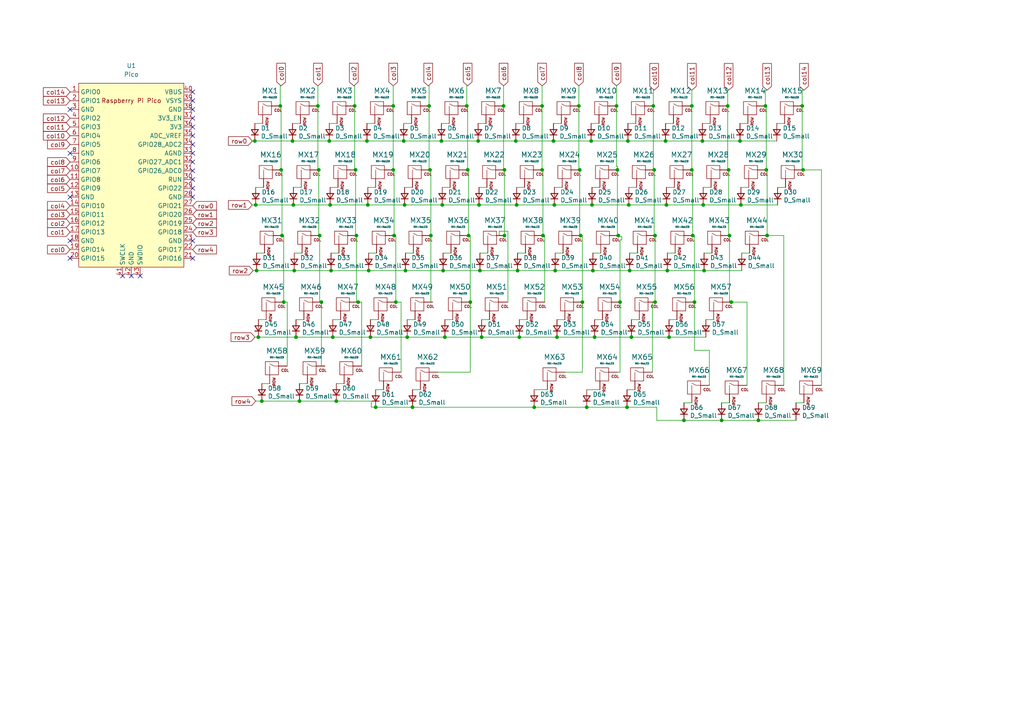
<source format=kicad_sch>
(kicad_sch (version 20231120) (generator "eeschema") (generator_version "8.0")
  (paper "A4")
  (junction (at 204.216 78.486))
  (junction (at 81.788 68.326))
  (junction (at 201.422 87.63))
  (junction (at 117.602 78.486))
  (junction (at 200.66 49.276))
  (junction (at 182.372 59.436))
  (junction (at 160.528 40.894))
  (junction (at 114.808 87.63))
  (junction (at 135.636 49.276))
  (junction (at 157.48 68.326))
  (junction (at 124.46 30.734))
  (junction (at 157.226 49.276))
  (junction (at 103.886 87.63))
  (junction (at 149.86 59.436))
  (junction (at 92.71 68.326))
  (junction (at 161.036 78.486))
  (junction (at 124.714 49.276))
  (junction (at 106.934 78.486))
  (junction (at 96.52 97.79))
  (junction (at 211.074 30.734))
  (junction (at 222.25 49.276))
  (junction (at 95.758 59.436))
  (junction (at 168.402 68.326))
  (junction (at 193.04 40.894))
  (junction (at 172.466 97.79))
  (junction (at 102.87 30.734))
  (junction (at 203.962 59.436))
  (junction (at 168.148 49.276))
  (junction (at 189.738 49.276))
  (junction (at 189.992 87.63))
  (junction (at 96.012 78.486))
  (junction (at 179.324 68.326))
  (junction (at 118.11 97.79))
  (junction (at 124.968 68.326))
  (junction (at 81.534 49.276))
  (junction (at 75.946 116.332))
  (junction (at 114.046 30.734))
  (junction (at 135.382 30.734))
  (junction (at 214.884 59.436))
  (junction (at 107.442 97.79))
  (junction (at 106.68 59.436))
  (junction (at 200.66 30.734))
  (junction (at 179.832 87.63))
  (junction (at 146.304 49.276))
  (junction (at 146.05 30.734))
  (junction (at 189.484 30.734))
  (junction (at 119.634 118.11))
  (junction (at 74.422 78.486))
  (junction (at 150.622 97.79))
  (junction (at 178.816 30.734))
  (junction (at 232.918 49.276))
  (junction (at 154.94 118.11))
  (junction (at 139.7 97.79))
  (junction (at 108.966 118.11))
  (junction (at 85.344 78.486))
  (junction (at 128.27 59.436))
  (junction (at 193.548 78.486))
  (junction (at 106.426 40.894))
  (junction (at 171.45 40.894))
  (junction (at 219.964 121.92))
  (junction (at 222.504 68.3083))
  (junction (at 129.032 97.79))
  (junction (at 85.852 97.79))
  (junction (at 74.93 97.79))
  (junction (at 93.218 87.63))
  (junction (at 160.782 59.436))
  (junction (at 149.606 40.894))
  (junction (at 209.296 121.92))
  (junction (at 82.296 87.63))
  (junction (at 182.118 40.894))
  (junction (at 117.094 40.894))
  (junction (at 182.626 78.486))
  (junction (at 135.89 68.326))
  (junction (at 103.378 68.326))
  (junction (at 170.18 118.11))
  (junction (at 194.056 97.79))
  (junction (at 211.582 68.326))
  (junction (at 81.28 30.734))
  (junction (at 128.016 40.894))
  (junction (at 211.328 49.276))
  (junction (at 150.114 78.486))
  (junction (at 86.868 116.332))
  (junction (at 232.664 30.734))
  (junction (at 171.704 59.436))
  (junction (at 193.294 59.436))
  (junction (at 161.544 97.79))
  (junction (at 189.992 68.326))
  (junction (at 198.374 121.92))
  (junction (at 179.07 49.276))
  (junction (at 92.456 49.276))
  (junction (at 200.914 68.326))
  (junction (at 138.938 59.436))
  (junction (at 114.3 68.326))
  (junction (at 221.996 30.734))
  (junction (at 203.708 40.894))
  (junction (at 92.202 30.734))
  (junction (at 139.192 78.486))
  (junction (at 73.914 40.894))
  (junction (at 74.168 59.436))
  (junction (at 214.63 40.894))
  (junction (at 97.536 116.332))
  (junction (at 183.134 97.79))
  (junction (at 168.91 87.63))
  (junction (at 117.348 59.436))
  (junction (at 128.524 78.486))
  (junction (at 84.836 40.894))
  (junction (at 146.304 68.326))
  (junction (at 136.398 87.63))
  (junction (at 212.09 87.63))
  (junction (at 85.09 59.436))
  (junction (at 181.864 118.11))
  (junction (at 103.124 49.276))
  (junction (at 114.046 49.276))
  (junction (at 95.504 40.894))
  (junction (at 138.684 40.894))
  (junction (at 167.894 30.734))
  (junction (at 171.958 78.486))
  (junction (at 157.226 30.734))
  (no_connect (at 55.88 52.07))
  (no_connect (at 38.1 80.01))
  (no_connect (at 35.56 80.01))
  (no_connect (at 55.88 36.83))
  (no_connect (at 55.88 69.85))
  (no_connect (at 55.88 29.21))
  (no_connect (at 55.88 41.91))
  (no_connect (at 20.32 31.75))
  (no_connect (at 55.88 26.67))
  (no_connect (at 20.32 69.85))
  (no_connect (at 20.32 57.15))
  (no_connect (at 55.88 34.29))
  (no_connect (at 55.88 54.61))
  (no_connect (at 55.88 49.53))
  (no_connect (at 40.64 80.01))
  (no_connect (at 55.88 57.15))
  (no_connect (at 55.88 44.45))
  (no_connect (at 20.32 44.45))
  (no_connect (at 20.32 74.93))
  (no_connect (at 55.88 46.99))
  (no_connect (at 55.88 31.75))
  (no_connect (at 55.88 39.37))
  (no_connect (at 55.88 74.93))
  (wire (pts (xy 73.406 78.486) (xy 74.422 78.486)))
  (wire (pts (xy 193.04 40.894) (xy 203.708 40.894)))
  (wire (pts (xy 219.964 121.92) (xy 230.886 121.92)))
  (wire (pts (xy 117.602 78.486) (xy 128.524 78.486)))
  (wire (pts (xy 116.332 87.63) (xy 114.808 87.63)))
  (wire (pts (xy 92.202 30.734) (xy 92.202 24.892)))
  (wire (pts (xy 161.544 92.71) (xy 163.83 92.71)))
  (wire (pts (xy 114.046 30.734) (xy 114.046 24.892)))
  (wire (pts (xy 139.7 97.79) (xy 150.622 97.79)))
  (wire (pts (xy 96.52 97.79) (xy 107.442 97.79)))
  (wire (pts (xy 227.33 68.3083) (xy 222.504 68.3083)))
  (wire (pts (xy 160.528 40.894) (xy 171.45 40.894)))
  (wire (pts (xy 189.992 87.63) (xy 190.5 87.63)))
  (wire (pts (xy 214.884 59.436) (xy 225.552 59.436)))
  (wire (pts (xy 189.23 107.95) (xy 189.23 87.63)))
  (wire (pts (xy 85.344 78.486) (xy 96.012 78.486)))
  (wire (pts (xy 238.252 49.276) (xy 232.918 49.276)))
  (wire (pts (xy 211.328 68.326) (xy 211.582 68.326)))
  (wire (pts (xy 74.93 92.71) (xy 77.216 92.71)))
  (wire (pts (xy 170.18 118.11) (xy 181.864 118.11)))
  (wire (pts (xy 160.528 35.814) (xy 162.814 35.814)))
  (wire (pts (xy 81.534 30.734) (xy 81.28 30.734)))
  (wire (pts (xy 190.5 121.92) (xy 198.374 121.92)))
  (wire (pts (xy 183.134 97.79) (xy 194.056 97.79)))
  (wire (pts (xy 128.27 59.436) (xy 138.938 59.436)))
  (wire (pts (xy 102.87 24.892) (xy 102.616 24.892)))
  (wire (pts (xy 154.94 118.11) (xy 170.18 118.11)))
  (wire (pts (xy 225.552 54.356) (xy 227.838 54.356)))
  (wire (pts (xy 179.07 49.276) (xy 179.07 68.326)))
  (wire (pts (xy 74.168 116.332) (xy 75.946 116.332)))
  (wire (pts (xy 222.25 49.276) (xy 222.25 30.734)))
  (wire (pts (xy 74.422 78.486) (xy 85.344 78.486)))
  (wire (pts (xy 198.374 116.84) (xy 200.66 116.84)))
  (wire (pts (xy 84.836 40.894) (xy 95.504 40.894)))
  (wire (pts (xy 136.398 107.95) (xy 127 107.95)))
  (wire (pts (xy 171.958 73.406) (xy 174.244 73.406)))
  (wire (pts (xy 232.664 26.162) (xy 233.172 26.162)))
  (wire (pts (xy 107.696 118.11) (xy 108.966 118.11)))
  (wire (pts (xy 200.66 49.276) (xy 200.66 30.734)))
  (wire (pts (xy 182.372 59.436) (xy 193.294 59.436)))
  (wire (pts (xy 95.758 59.436) (xy 85.09 59.436)))
  (wire (pts (xy 138.684 35.814) (xy 140.97 35.814)))
  (wire (pts (xy 74.168 54.356) (xy 76.454 54.356)))
  (wire (pts (xy 85.852 97.79) (xy 96.52 97.79)))
  (wire (pts (xy 124.968 87.63) (xy 125.476 87.63)))
  (wire (pts (xy 81.788 68.326) (xy 81.788 49.276)))
  (wire (pts (xy 146.05 30.734) (xy 146.05 49.276)))
  (wire (pts (xy 149.606 35.814) (xy 151.892 35.814)))
  (wire (pts (xy 189.484 49.276) (xy 189.738 49.276)))
  (wire (pts (xy 106.426 35.814) (xy 108.712 35.814)))
  (wire (pts (xy 85.09 54.356) (xy 87.376 54.356)))
  (wire (pts (xy 146.05 49.276) (xy 146.304 49.276)))
  (wire (pts (xy 129.032 92.71) (xy 131.318 92.71)))
  (wire (pts (xy 103.378 87.63) (xy 103.886 87.63)))
  (wire (pts (xy 124.968 68.326) (xy 124.968 87.63)))
  (wire (pts (xy 181.864 113.03) (xy 184.15 113.03)))
  (wire (pts (xy 108.966 118.11) (xy 119.634 118.11)))
  (wire (pts (xy 124.46 24.892) (xy 124.206 24.892)))
  (wire (pts (xy 209.296 121.92) (xy 219.964 121.92)))
  (wire (pts (xy 157.48 49.276) (xy 157.226 49.276)))
  (wire (pts (xy 157.226 30.734) (xy 157.226 24.892)))
  (wire (pts (xy 96.52 92.71) (xy 98.806 92.71)))
  (wire (pts (xy 179.07 68.326) (xy 179.324 68.326)))
  (wire (pts (xy 138.938 59.436) (xy 149.86 59.436)))
  (wire (pts (xy 83.312 106.172) (xy 83.312 87.63)))
  (wire (pts (xy 150.622 92.71) (xy 152.908 92.71)))
  (wire (pts (xy 181.864 118.11) (xy 190.5 118.11)))
  (wire (pts (xy 117.348 54.356) (xy 119.634 54.356)))
  (wire (pts (xy 73.152 40.894) (xy 73.914 40.894)))
  (wire (pts (xy 193.548 78.486) (xy 204.216 78.486)))
  (wire (pts (xy 147.32 67.056) (xy 147.32 87.63)))
  (wire (pts (xy 211.328 49.276) (xy 211.328 68.326)))
  (wire (pts (xy 172.466 92.71) (xy 174.752 92.71)))
  (wire (pts (xy 183.134 92.71) (xy 185.42 92.71)))
  (wire (pts (xy 204.216 78.486) (xy 215.138 78.486)))
  (wire (pts (xy 95.504 40.894) (xy 106.426 40.894)))
  (wire (pts (xy 82.296 87.63) (xy 82.296 68.326)))
  (wire (pts (xy 168.148 68.326) (xy 168.402 68.326)))
  (wire (pts (xy 114.3 68.326) (xy 114.3 49.276)))
  (wire (pts (xy 230.886 116.84) (xy 233.172 116.84)))
  (wire (pts (xy 95.758 54.356) (xy 98.044 54.356)))
  (wire (pts (xy 194.056 97.79) (xy 204.724 97.79)))
  (wire (pts (xy 75.946 116.332) (xy 86.868 116.332)))
  (wire (pts (xy 102.87 30.734) (xy 102.87 49.276)))
  (wire (pts (xy 179.07 48.26) (xy 178.816 48.26)))
  (wire (pts (xy 124.46 30.734) (xy 124.46 24.892)))
  (wire (pts (xy 157.48 68.326) (xy 157.48 49.276)))
  (wire (pts (xy 171.45 40.894) (xy 182.118 40.894)))
  (wire (pts (xy 106.426 40.894) (xy 117.094 40.894)))
  (wire (pts (xy 92.202 30.734) (xy 92.202 49.276)))
  (wire (pts (xy 146.304 49.276) (xy 146.304 68.326)))
  (wire (pts (xy 189.484 30.734) (xy 189.484 26.162)))
  (wire (pts (xy 106.934 73.406) (xy 109.22 73.406)))
  (wire (pts (xy 171.958 78.486) (xy 182.626 78.486)))
  (wire (pts (xy 106.934 78.486) (xy 117.602 78.486)))
  (wire (pts (xy 211.074 26.162) (xy 211.328 26.162)))
  (wire (pts (xy 92.202 49.276) (xy 92.456 49.276)))
  (wire (pts (xy 232.664 49.276) (xy 232.918 49.276)))
  (wire (pts (xy 124.46 30.734) (xy 124.46 49.276)))
  (wire (pts (xy 160.782 59.436) (xy 171.704 59.436)))
  (wire (pts (xy 238.252 111.76) (xy 238.252 49.276)))
  (wire (pts (xy 167.894 30.734) (xy 167.894 49.276)))
  (wire (pts (xy 114.046 49.276) (xy 114.046 30.734)))
  (wire (pts (xy 205.74 101.6) (xy 201.422 101.6)))
  (wire (pts (xy 161.544 97.79) (xy 172.466 97.79)))
  (wire (pts (xy 211.074 30.734) (xy 211.074 49.276)))
  (wire (pts (xy 157.226 49.276) (xy 157.226 30.734)))
  (wire (pts (xy 84.836 35.814) (xy 87.122 35.814)))
  (wire (pts (xy 136.398 68.326) (xy 135.89 68.326)))
  (wire (pts (xy 93.218 87.63) (xy 93.218 106.172)))
  (wire (pts (xy 154.94 113.03) (xy 158.75 113.03)))
  (wire (pts (xy 182.626 78.486) (xy 193.548 78.486)))
  (wire (pts (xy 103.124 49.276) (xy 103.124 68.326)))
  (wire (pts (xy 182.118 40.894) (xy 193.04 40.894)))
  (wire (pts (xy 203.708 40.894) (xy 214.63 40.894)))
  (wire (pts (xy 168.91 107.95) (xy 168.91 87.63)))
  (wire (pts (xy 74.168 59.436) (xy 85.09 59.436)))
  (wire (pts (xy 135.382 30.734) (xy 135.382 24.892)))
  (wire (pts (xy 135.89 68.326) (xy 135.89 49.276)))
  (wire (pts (xy 201.422 101.6) (xy 201.422 87.63)))
  (wire (pts (xy 114.808 68.326) (xy 114.3 68.326)))
  (wire (pts (xy 157.988 68.326) (xy 157.48 68.326)))
  (wire (pts (xy 225.298 35.814) (xy 227.584 35.814)))
  (wire (pts (xy 171.704 59.436) (xy 182.372 59.436)))
  (wire (pts (xy 221.996 26.162) (xy 222.504 26.162)))
  (wire (pts (xy 108.966 113.03) (xy 111.252 113.03)))
  (wire (pts (xy 135.382 24.892) (xy 135.636 24.892)))
  (wire (pts (xy 201.422 87.63) (xy 201.422 68.326)))
  (wire (pts (xy 149.86 59.436) (xy 160.782 59.436)))
  (wire (pts (xy 128.27 54.356) (xy 130.556 54.356)))
  (wire (pts (xy 147.32 67.056) (xy 144.78 67.056)))
  (wire (pts (xy 168.148 49.276) (xy 168.148 68.326)))
  (wire (pts (xy 73.914 40.894) (xy 84.836 40.894)))
  (wire (pts (xy 119.634 113.03) (xy 121.92 113.03)))
  (wire (pts (xy 222.504 68.326) (xy 222.504 68.3083)))
  (wire (pts (xy 227.33 111.76) (xy 227.33 68.3083)))
  (wire (pts (xy 135.89 49.276) (xy 135.636 49.276)))
  (wire (pts (xy 73.914 35.814) (xy 76.2 35.814)))
  (wire (pts (xy 222.504 49.276) (xy 222.25 49.276)))
  (wire (pts (xy 114.808 87.63) (xy 114.808 68.326)))
  (wire (pts (xy 215.138 73.406) (xy 217.424 73.406)))
  (wire (pts (xy 147.32 87.63) (xy 147.066 87.63)))
  (wire (pts (xy 179.832 69.596) (xy 179.832 87.63)))
  (wire (pts (xy 107.442 92.71) (xy 109.728 92.71)))
  (wire (pts (xy 179.07 107.95) (xy 179.832 107.95)))
  (wire (pts (xy 144.78 67.056) (xy 144.78 68.326)))
  (wire (pts (xy 95.504 35.814) (xy 97.79 35.814)))
  (wire (pts (xy 189.738 68.326) (xy 189.992 68.326)))
  (wire (pts (xy 124.968 68.326) (xy 124.968 49.276)))
  (wire (pts (xy 118.11 97.79) (xy 129.032 97.79)))
  (wire (pts (xy 200.66 30.734) (xy 200.406 30.734)))
  (wire (pts (xy 170.18 113.03) (xy 173.99 113.03)))
  (wire (pts (xy 179.324 68.58) (xy 179.324 68.326)))
  (wire (pts (xy 179.07 48.26) (xy 179.07 49.276)))
  (wire (pts (xy 232.664 30.734) (xy 232.664 26.162)))
  (wire (pts (xy 119.634 118.11) (xy 154.94 118.11)))
  (wire (pts (xy 171.704 54.356) (xy 173.99 54.356)))
  (wire (pts (xy 114.3 49.276) (xy 114.046 49.276)))
  (wire (pts (xy 189.484 30.734) (xy 189.484 49.276)))
  (wire (pts (xy 118.11 92.71) (xy 120.396 92.71)))
  (wire (pts (xy 103.886 87.63) (xy 104.902 87.63)))
  (wire (pts (xy 168.91 68.326) (xy 168.402 68.326)))
  (wire (pts (xy 102.87 30.734) (xy 102.87 24.892)))
  (wire (pts (xy 73.914 97.79) (xy 74.93 97.79)))
  (wire (pts (xy 150.114 78.486) (xy 161.036 78.486)))
  (wire (pts (xy 194.056 92.71) (xy 196.342 92.71)))
  (wire (pts (xy 214.63 40.894) (xy 225.298 40.894)))
  (wire (pts (xy 92.456 49.276) (xy 92.456 68.326)))
  (wire (pts (xy 102.87 49.276) (xy 103.124 49.276)))
  (wire (pts (xy 222.25 30.734) (xy 221.996 30.734)))
  (wire (pts (xy 149.86 54.356) (xy 152.146 54.356)))
  (wire (pts (xy 81.788 49.276) (xy 81.534 49.276)))
  (wire (pts (xy 232.664 30.734) (xy 232.664 49.276)))
  (wire (pts (xy 178.816 30.734) (xy 178.816 48.26)))
  (wire (pts (xy 189.484 26.162) (xy 189.738 26.162)))
  (wire (pts (xy 193.294 54.356) (xy 195.58 54.356)))
  (wire (pts (xy 107.442 97.79) (xy 118.11 97.79)))
  (wire (pts (xy 74.422 73.406) (xy 76.708 73.406)))
  (wire (pts (xy 104.902 87.63) (xy 104.902 106.172)))
  (wire (pts (xy 138.684 40.894) (xy 149.606 40.894)))
  (wire (pts (xy 129.032 97.79) (xy 139.7 97.79)))
  (wire (pts (xy 190.5 121.92) (xy 190.5 118.11)))
  (wire (pts (xy 103.378 68.326) (xy 103.378 87.63)))
  (wire (pts (xy 203.962 54.356) (xy 206.248 54.356)))
  (wire (pts (xy 182.626 73.406) (xy 184.912 73.406)))
  (wire (pts (xy 200.66 30.734) (xy 200.66 26.162)))
  (wire (pts (xy 161.036 73.406) (xy 163.322 73.406)))
  (wire (pts (xy 117.602 73.406) (xy 119.888 73.406)))
  (wire (pts (xy 117.094 40.894) (xy 128.016 40.894)))
  (wire (pts (xy 146.304 68.326) (xy 146.558 68.326)))
  (wire (pts (xy 82.296 68.326) (xy 81.788 68.326)))
  (wire (pts (xy 117.348 59.436) (xy 128.27 59.436)))
  (wire (pts (xy 198.374 121.92) (xy 209.296 121.92)))
  (wire (pts (xy 180.34 68.58) (xy 179.324 68.58)))
  (wire (pts (xy 171.45 35.814) (xy 173.736 35.814)))
  (wire (pts (xy 161.036 78.486) (xy 171.958 78.486)))
  (wire (pts (xy 128.016 35.814) (xy 130.302 35.814)))
  (wire (pts (xy 128.524 73.406) (xy 130.81 73.406)))
  (wire (pts (xy 200.914 68.326) (xy 200.914 49.276)))
  (wire (pts (xy 203.708 35.814) (xy 205.994 35.814)))
  (wire (pts (xy 103.124 68.326) (xy 103.378 68.326)))
  (wire (pts (xy 149.606 40.894) (xy 160.528 40.894)))
  (wire (pts (xy 74.93 97.79) (xy 85.852 97.79)))
  (wire (pts (xy 93.218 106.172) (xy 94.234 106.172)))
  (wire (pts (xy 92.71 68.326) (xy 92.71 87.63)))
  (wire (pts (xy 75.946 111.252) (xy 78.232 111.252)))
  (wire (pts (xy 200.914 49.276) (xy 200.66 49.276)))
  (wire (pts (xy 73.152 59.436) (xy 74.168 59.436)))
  (wire (pts (xy 201.422 68.326) (xy 200.914 68.326)))
  (wire (pts (xy 150.114 73.406) (xy 152.4 73.406)))
  (wire (pts (xy 117.094 35.814) (xy 119.38 35.814)))
  (wire (pts (xy 124.714 49.276) (xy 124.968 49.276)))
  (wire (pts (xy 124.46 49.276) (xy 124.714 49.276)))
  (wire (pts (xy 193.04 35.814) (xy 195.326 35.814)))
  (wire (pts (xy 106.68 59.436) (xy 117.348 59.436)))
  (wire (pts (xy 189.23 87.63) (xy 189.992 87.63)))
  (wire (pts (xy 106.68 54.356) (xy 108.966 54.356)))
  (wire (pts (xy 204.724 92.71) (xy 207.01 92.71)))
  (wire (pts (xy 107.696 118.11) (xy 107.696 116.332)))
  (wire (pts (xy 211.074 30.734) (xy 211.074 26.162)))
  (wire (pts (xy 167.894 30.734) (xy 167.894 24.892)))
  (wire (pts (xy 160.782 54.356) (xy 163.068 54.356)))
  (wire (pts (xy 205.74 111.76) (xy 205.74 101.6)))
  (wire (pts (xy 209.296 116.84) (xy 211.582 116.84)))
  (wire (pts (xy 96.012 73.406) (xy 98.298 73.406)))
  (wire (pts (xy 92.71 87.63) (xy 93.218 87.63)))
  (wire (pts (xy 81.28 24.892) (xy 81.534 24.892)))
  (wire (pts (xy 163.83 107.95) (xy 168.91 107.95)))
  (wire (pts (xy 95.758 59.436) (xy 106.68 59.436)))
  (wire (pts (xy 116.332 107.95) (xy 116.332 87.63)))
  (wire (pts (xy 214.884 54.356) (xy 217.17 54.356)))
  (wire (pts (xy 179.832 107.95) (xy 179.832 87.63)))
  (wire (pts (xy 182.118 35.814) (xy 184.404 35.814)))
  (wire (pts (xy 193.294 59.436) (xy 203.962 59.436)))
  (wire (pts (xy 114.046 30.734) (xy 113.792 30.734)))
  (wire (pts (xy 136.398 87.63) (xy 136.398 107.95)))
  (wire (pts (xy 214.63 35.814) (xy 216.916 35.814)))
  (wire (pts (xy 128.016 40.894) (xy 138.684 40.894)))
  (wire (pts (xy 157.988 87.63) (xy 157.988 68.326)))
  (wire (pts (xy 222.504 68.3083) (xy 222.504 49.276)))
  (wire (pts (xy 172.466 97.79) (xy 183.134 97.79)))
  (wire (pts (xy 138.938 54.356) (xy 141.224 54.356)))
  (wire (pts (xy 135.636 30.734) (xy 135.382 30.734)))
  (wire (pts (xy 193.548 73.406) (xy 195.834 73.406)))
  (wire (pts (xy 135.636 49.276) (xy 135.636 30.734)))
  (wire (pts (xy 182.372 54.356) (xy 184.658 54.356)))
  (wire (pts (xy 96.012 78.486) (xy 106.934 78.486)))
  (wire (pts (xy 86.868 111.252) (xy 89.154 111.252)))
  (wire (pts (xy 189.738 49.276) (xy 189.738 68.326)))
  (wire (pts (xy 83.312 87.63) (xy 82.296 87.63)))
  (wire (pts (xy 85.344 73.406) (xy 87.63 73.406)))
  (wire (pts (xy 221.996 30.734) (xy 221.996 26.162)))
  (wire (pts (xy 216.662 87.63) (xy 212.09 87.63)))
  (wire (pts (xy 139.192 78.486) (xy 150.114 78.486)))
  (wire (pts (xy 211.582 68.326) (xy 211.582 87.63)))
  (wire (pts (xy 167.894 49.276) (xy 168.148 49.276)))
  (wire (pts (xy 180.34 69.596) (xy 179.832 69.596)))
  (wire (pts (xy 86.868 116.332) (xy 97.536 116.332)))
  (wire (pts (xy 216.662 111.76) (xy 216.662 87.63)))
  (wire (pts (xy 219.964 116.84) (xy 222.25 116.84)))
  (wire (pts (xy 150.622 97.79) (xy 161.544 97.79)))
  (wire (pts (xy 97.536 111.252) (xy 99.822 111.252)))
  (wire (pts (xy 85.852 92.71) (xy 88.138 92.71)))
  (wire (pts (xy 128.524 78.486) (xy 139.192 78.486)))
  (wire (pts (xy 211.074 49.276) (xy 211.328 49.276)))
  (wire (pts (xy 81.534 49.276) (xy 81.534 30.734)))
  (wire (pts (xy 136.398 87.63) (xy 136.398 68.326)))
  (wire (pts (xy 81.28 30.734) (xy 81.28 24.892)))
  (wire (pts (xy 146.05 30.734) (xy 146.05 24.892)))
  (wire (pts (xy 139.7 92.71) (xy 141.986 92.71)))
  (wire (pts (xy 180.34 69.596) (xy 180.34 68.58)))
  (wire (pts (xy 139.192 73.406) (xy 141.478 73.406)))
  (wire (pts (xy 157.226 30.734) (xy 156.972 30.734)))
  (wire (pts (xy 92.456 68.326) (xy 92.71 68.326)))
  (wire (pts (xy 178.816 30.734) (xy 178.816 24.892)))
  (wire (pts (xy 168.91 87.63) (xy 168.91 68.326)))
  (wire (pts (xy 189.992 68.326) (xy 189.992 87.63)))
  (wire (pts (xy 203.962 59.436) (xy 214.884 59.436)))
  (wire (pts (xy 211.582 87.63) (xy 212.09 87.63)))
  (wire (pts (xy 144.78 68.326) (xy 146.304 68.326)))
  (wire (pts (xy 204.216 73.406) (xy 206.502 73.406)))
  (wire (pts (xy 107.696 116.332) (xy 97.536 116.332)))
  (global_label "col14" (shape input) (at 20.32 26.67 180) (property "Intersheetrefs" "${INTERSHEET_REFS}" (effects (hide yes))))
  (global_label "row0" (shape input) (at 55.88 59.69 0) (property "Intersheetrefs" "${INTERSHEET_REFS}" (effects (hide yes))))
  (global_label "col13" (shape input) (at 20.32 29.21 180) (property "Intersheetrefs" "${INTERSHEET_REFS}" (effects (hide yes))))
  (global_label "col12" (shape input) (at 20.32 34.29 180) (property "Intersheetrefs" "${INTERSHEET_REFS}" (effects (hide yes))))
  (global_label "col4" (shape input) (at 20.32 59.69 180) (property "Intersheetrefs" "${INTERSHEET_REFS}" (effects (hide yes))))
  (global_label "col0" (shape input) (at 20.32 72.39 180) (property "Intersheetrefs" "${INTERSHEET_REFS}" (effects (hide yes))))
  (global_label "col2" (shape input) (at 102.616 24.892 90) (property "Intersheetrefs" "${INTERSHEET_REFS}" (effects (hide yes))))
  (global_label "col3" (shape input) (at 20.32 62.23 180) (property "Intersheetrefs" "${INTERSHEET_REFS}" (effects (hide yes))))
  (global_label "row4" (shape input) (at 55.88 72.39 0) (property "Intersheetrefs" "${INTERSHEET_REFS}" (effects (hide yes))))
  (global_label "col2" (shape input) (at 20.32 64.77 180) (property "Intersheetrefs" "${INTERSHEET_REFS}" (effects (hide yes))))
  (global_label "row0" (shape input) (at 73.152 40.894 180) (property "Intersheetrefs" "${INTERSHEET_REFS}" (effects (hide yes))))
  (global_label "col7" (shape input) (at 157.226 24.892 90) (property "Intersheetrefs" "${INTERSHEET_REFS}" (effects (hide yes))))
  (global_label "row2" (shape input) (at 55.88 64.77 0) (property "Intersheetrefs" "${INTERSHEET_REFS}" (effects (hide yes))))
  (global_label "col9" (shape input) (at 20.32 41.91 180) (property "Intersheetrefs" "${INTERSHEET_REFS}" (effects (hide yes))))
  (global_label "row3" (shape input) (at 55.88 67.31 0) (property "Intersheetrefs" "${INTERSHEET_REFS}" (effects (hide yes))))
  (global_label "col13" (shape input) (at 222.504 26.162 90) (property "Intersheetrefs" "${INTERSHEET_REFS}" (effects (hide yes))))
  (global_label "col3" (shape input) (at 114.046 24.892 90) (property "Intersheetrefs" "${INTERSHEET_REFS}" (effects (hide yes))))
  (global_label "row1" (shape input) (at 73.152 59.436 180) (property "Intersheetrefs" "${INTERSHEET_REFS}" (effects (hide yes))))
  (global_label "col11" (shape input) (at 20.32 36.83 180) (property "Intersheetrefs" "${INTERSHEET_REFS}" (effects (hide yes))))
  (global_label "col7" (shape input) (at 20.32 49.53 180) (property "Intersheetrefs" "${INTERSHEET_REFS}" (effects (hide yes))))
  (global_label "col10" (shape input) (at 20.32 39.37 180) (property "Intersheetrefs" "${INTERSHEET_REFS}" (effects (hide yes))))
  (global_label "col6" (shape input) (at 20.32 52.07 180) (property "Intersheetrefs" "${INTERSHEET_REFS}" (effects (hide yes))))
  (global_label "col8" (shape input) (at 20.32 46.99 180) (property "Intersheetrefs" "${INTERSHEET_REFS}" (effects (hide yes))))
  (global_label "col11" (shape input) (at 200.66 26.162 90) (property "Intersheetrefs" "${INTERSHEET_REFS}" (effects (hide yes))))
  (global_label "col8" (shape input) (at 167.894 24.892 90) (property "Intersheetrefs" "${INTERSHEET_REFS}" (effects (hide yes))))
  (global_label "col1" (shape input) (at 92.202 24.892 90) (property "Intersheetrefs" "${INTERSHEET_REFS}" (effects (hide yes))))
  (global_label "row1" (shape input) (at 55.88 62.23 0) (property "Intersheetrefs" "${INTERSHEET_REFS}" (effects (hide yes))))
  (global_label "col0" (shape input) (at 81.534 24.892 90) (property "Intersheetrefs" "${INTERSHEET_REFS}" (effects (hide yes))))
  (global_label "col10" (shape input) (at 189.738 26.162 90) (property "Intersheetrefs" "${INTERSHEET_REFS}" (effects (hide yes))))
  (global_label "col12" (shape input) (at 211.328 26.162 90) (property "Intersheetrefs" "${INTERSHEET_REFS}" (effects (hide yes))))
  (global_label "col1" (shape input) (at 20.32 67.31 180) (property "Intersheetrefs" "${INTERSHEET_REFS}" (effects (hide yes))))
  (global_label "row2" (shape input) (at 73.406 78.486 180) (property "Intersheetrefs" "${INTERSHEET_REFS}" (effects (hide yes))))
  (global_label "col6" (shape input) (at 146.05 24.892 90) (property "Intersheetrefs" "${INTERSHEET_REFS}" (effects (hide yes))))
  (global_label "col14" (shape input) (at 233.172 26.162 90) (property "Intersheetrefs" "${INTERSHEET_REFS}" (effects (hide yes))))
  (global_label "row4" (shape input) (at 74.168 116.332 180) (property "Intersheetrefs" "${INTERSHEET_REFS}" (effects (hide yes))))
  (global_label "col5" (shape input) (at 20.32 54.61 180) (property "Intersheetrefs" "${INTERSHEET_REFS}" (effects (hide yes))))
  (global_label "col4" (shape input) (at 124.206 24.892 90) (property "Intersheetrefs" "${INTERSHEET_REFS}" (effects (hide yes))))
  (global_label "col9" (shape input) (at 178.816 24.892 90) (property "Intersheetrefs" "${INTERSHEET_REFS}" (effects (hide yes))))
  (global_label "col5" (shape input) (at 135.636 24.892 90) (property "Intersheetrefs" "${INTERSHEET_REFS}" (effects (hide yes))))
  (global_label "row3" (shape input) (at 73.914 97.79 180) (property "Intersheetrefs" "${INTERSHEET_REFS}" (effects (hide yes))))
  (symbol (lib_id "MX_Alps_Hybrid:MX-NoLED") (at 77.47 32.004 0) (unit 1)
    (property "Reference" "MX1" (at 78.2828 26.3398 0) (effects (font (size 1.524 1.524))))
    (property "Value" "MX-NoLED" (at 78.2828 28.2194 0) (effects (font (size 0.508 0.508))))
    (property "Footprint" "marbastlib-mx:SW_MX_1.25u" (effects (hide yes)))
  )
  (symbol (lib_id "Device:D_Small") (at 73.914 38.354 90) (unit 1)
    (property "Reference" "D1" (at 75.6412 37.1856 90) (effects (justify right)))
    (property "Value" "D_Small" (at 75.6412 39.497 90) (effects (justify right)))
    (property "Footprint" "Diode_SMD:D_SOD-123" (effects (hide yes)))
  )
  (symbol (lib_id "MX_Alps_Hybrid:MX-NoLED") (at 88.392 32.004 0) (unit 1)
    (property "Reference" "MX2" (at 89.2048 26.3398 0) (effects (font (size 1.524 1.524))))
    (property "Value" "MX-NoLED" (at 89.2048 28.2194 0) (effects (font (size 0.508 0.508))))
    (property "Footprint" "marbastlib-mx:SW_MX_1.5u" (effects (hide yes)))
  )
  (symbol (lib_id "Device:D_Small") (at 84.836 38.354 90) (unit 1)
    (property "Reference" "D2" (at 86.5632 37.1856 90) (effects (justify right)))
    (property "Value" "D_Small" (at 86.5632 39.497 90) (effects (justify right)))
    (property "Footprint" "Diode_SMD:D_SOD-123" (effects (hide yes)))
  )
  (symbol (lib_id "MX_Alps_Hybrid:MX-NoLED") (at 99.06 32.004 0) (unit 1)
    (property "Reference" "MX3" (at 99.8728 26.3398 0) (effects (font (size 1.524 1.524))))
    (property "Value" "MX-NoLED" (at 99.8728 28.2194 0) (effects (font (size 0.508 0.508))))
    (property "Footprint" "marbastlib-mx:SW_MX_1u" (effects (hide yes)))
  )
  (symbol (lib_id "Device:D_Small") (at 95.504 38.354 90) (unit 1)
    (property "Reference" "D3" (at 97.2312 37.1856 90) (effects (justify right)))
    (property "Value" "D_Small" (at 97.2312 39.497 90) (effects (justify right)))
    (property "Footprint" "Diode_SMD:D_SOD-123" (effects (hide yes)))
  )
  (symbol (lib_id "MX_Alps_Hybrid:MX-NoLED") (at 109.982 32.004 0) (unit 1)
    (property "Reference" "MX4" (at 110.7948 26.3398 0) (effects (font (size 1.524 1.524))))
    (property "Value" "MX-NoLED" (at 110.7948 28.2194 0) (effects (font (size 0.508 0.508))))
    (property "Footprint" "marbastlib-mx:SW_MX_1u" (effects (hide yes)))
  )
  (symbol (lib_id "Device:D_Small") (at 106.426 38.354 90) (unit 1)
    (property "Reference" "D4" (at 108.1532 37.1856 90) (effects (justify right)))
    (property "Value" "D_Small" (at 108.1532 39.497 90) (effects (justify right)))
    (property "Footprint" "Diode_SMD:D_SOD-123" (effects (hide yes)))
  )
  (symbol (lib_id "MX_Alps_Hybrid:MX-NoLED") (at 120.65 32.004 0) (unit 1)
    (property "Reference" "MX5" (at 121.4628 26.3398 0) (effects (font (size 1.524 1.524))))
    (property "Value" "MX-NoLED" (at 121.4628 28.2194 0) (effects (font (size 0.508 0.508))))
    (property "Footprint" "marbastlib-mx:SW_MX_1u" (effects (hide yes)))
  )
  (symbol (lib_id "Device:D_Small") (at 117.094 38.354 90) (unit 1)
    (property "Reference" "D5" (at 118.8212 37.1856 90) (effects (justify right)))
    (property "Value" "D_Small" (at 118.8212 39.497 90) (effects (justify right)))
    (property "Footprint" "Diode_SMD:D_SOD-123" (effects (hide yes)))
  )
  (symbol (lib_id "MX_Alps_Hybrid:MX-NoLED") (at 131.572 32.004 0) (unit 1)
    (property "Reference" "MX6" (at 132.3848 26.3398 0) (effects (font (size 1.524 1.524))))
    (property "Value" "MX-NoLED" (at 132.3848 28.2194 0) (effects (font (size 0.508 0.508))))
    (property "Footprint" "marbastlib-mx:SW_MX_1u" (effects (hide yes)))
  )
  (symbol (lib_id "Device:D_Small") (at 128.016 38.354 90) (unit 1)
    (property "Reference" "D6" (at 129.7432 37.1856 90) (effects (justify right)))
    (property "Value" "D_Small" (at 129.7432 39.497 90) (effects (justify right)))
    (property "Footprint" "Diode_SMD:D_SOD-123" (effects (hide yes)))
  )
  (symbol (lib_id "MX_Alps_Hybrid:MX-NoLED") (at 142.24 32.004 0) (unit 1)
    (property "Reference" "MX7" (at 143.0528 26.3398 0) (effects (font (size 1.524 1.524))))
    (property "Value" "MX-NoLED" (at 143.0528 28.2194 0) (effects (font (size 0.508 0.508))))
    (property "Footprint" "marbastlib-mx:SW_MX_1u" (effects (hide yes)))
  )
  (symbol (lib_id "Device:D_Small") (at 138.684 38.354 90) (unit 1)
    (property "Reference" "D7" (at 140.4112 37.1856 90) (effects (justify right)))
    (property "Value" "D_Small" (at 140.4112 39.497 90) (effects (justify right)))
    (property "Footprint" "Diode_SMD:D_SOD-123" (effects (hide yes)))
  )
  (symbol (lib_id "MX_Alps_Hybrid:MX-NoLED") (at 153.162 32.004 0) (unit 1)
    (property "Reference" "MX8" (at 153.9748 26.3398 0) (effects (font (size 1.524 1.524))))
    (property "Value" "MX-NoLED" (at 153.9748 28.2194 0) (effects (font (size 0.508 0.508))))
    (property "Footprint" "marbastlib-mx:SW_MX_1u" (effects (hide yes)))
  )
  (symbol (lib_id "Device:D_Small") (at 149.606 38.354 90) (unit 1)
    (property "Reference" "D8" (at 151.3332 37.1856 90) (effects (justify right)))
    (property "Value" "D_Small" (at 151.3332 39.497 90) (effects (justify right)))
    (property "Footprint" "Diode_SMD:D_SOD-123" (effects (hide yes)))
  )
  (symbol (lib_id "MX_Alps_Hybrid:MX-NoLED") (at 164.084 32.004 0) (unit 1)
    (property "Reference" "MX9" (at 164.8968 26.3398 0) (effects (font (size 1.524 1.524))))
    (property "Value" "MX-NoLED" (at 164.8968 28.2194 0) (effects (font (size 0.508 0.508))))
    (property "Footprint" "marbastlib-mx:SW_MX_1u" (effects (hide yes)))
  )
  (symbol (lib_id "Device:D_Small") (at 160.528 38.354 90) (unit 1)
    (property "Reference" "D9" (at 162.2552 37.1856 90) (effects (justify right)))
    (property "Value" "D_Small" (at 162.2552 39.497 90) (effects (justify right)))
    (property "Footprint" "Diode_SMD:D_SOD-123" (effects (hide yes)))
  )
  (symbol (lib_id "MX_Alps_Hybrid:MX-NoLED") (at 175.006 32.004 0) (unit 1)
    (property "Reference" "MX10" (at 175.8188 26.3398 0) (effects (font (size 1.524 1.524))))
    (property "Value" "MX-NoLED" (at 175.8188 28.2194 0) (effects (font (size 0.508 0.508))))
    (property "Footprint" "marbastlib-mx:SW_MX_1u" (effects (hide yes)))
  )
  (symbol (lib_id "Device:D_Small") (at 171.45 38.354 90) (unit 1)
    (property "Reference" "D10" (at 173.1772 37.1856 90) (effects (justify right)))
    (property "Value" "D_Small" (at 173.1772 39.497 90) (effects (justify right)))
    (property "Footprint" "Diode_SMD:D_SOD-123" (effects (hide yes)))
  )
  (symbol (lib_id "MX_Alps_Hybrid:MX-NoLED") (at 185.674 32.004 0) (unit 1)
    (property "Reference" "MX11" (at 186.4868 26.3398 0) (effects (font (size 1.524 1.524))))
    (property "Value" "MX-NoLED" (at 186.4868 28.2194 0) (effects (font (size 0.508 0.508))))
    (property "Footprint" "marbastlib-mx:SW_MX_1u" (effects (hide yes)))
  )
  (symbol (lib_id "Device:D_Small") (at 182.118 38.354 90) (unit 1)
    (property "Reference" "D11" (at 183.8452 37.1856 90) (effects (justify right)))
    (property "Value" "D_Small" (at 183.8452 39.497 90) (effects (justify right)))
    (property "Footprint" "Diode_SMD:D_SOD-123" (effects (hide yes)))
  )
  (symbol (lib_id "MX_Alps_Hybrid:MX-NoLED") (at 196.596 32.004 0) (unit 1)
    (property "Reference" "MX12" (at 197.4088 26.3398 0) (effects (font (size 1.524 1.524))))
    (property "Value" "MX-NoLED" (at 197.4088 28.2194 0) (effects (font (size 0.508 0.508))))
    (property "Footprint" "marbastlib-mx:SW_MX_1u" (effects (hide yes)))
  )
  (symbol (lib_id "Device:D_Small") (at 193.04 38.354 90) (unit 1)
    (property "Reference" "D12" (at 194.7672 37.1856 90) (effects (justify right)))
    (property "Value" "D_Small" (at 194.7672 39.497 90) (effects (justify right)))
    (property "Footprint" "Diode_SMD:D_SOD-123" (effects (hide yes)))
  )
  (symbol (lib_id "MX_Alps_Hybrid:MX-NoLED") (at 207.264 32.004 0) (unit 1)
    (property "Reference" "MX13" (at 208.0768 26.3398 0) (effects (font (size 1.524 1.524))))
    (property "Value" "MX-NoLED" (at 208.0768 28.2194 0) (effects (font (size 0.508 0.508))))
    (property "Footprint" "marbastlib-mx:SW_MX_1u" (effects (hide yes)))
  )
  (symbol (lib_id "Device:D_Small") (at 203.708 38.354 90) (unit 1)
    (property "Reference" "D13" (at 205.4352 37.1856 90) (effects (justify right)))
    (property "Value" "D_Small" (at 205.4352 39.497 90) (effects (justify right)))
    (property "Footprint" "Diode_SMD:D_SOD-123" (effects (hide yes)))
  )
  (symbol (lib_id "MX_Alps_Hybrid:MX-NoLED") (at 218.186 32.004 0) (unit 1)
    (property "Reference" "MX14" (at 218.9988 26.3398 0) (effects (font (size 1.524 1.524))))
    (property "Value" "MX-NoLED" (at 218.9988 28.2194 0) (effects (font (size 0.508 0.508))))
    (property "Footprint" "marbastlib-mx:SW_MX_1u" (effects (hide yes)))
  )
  (symbol (lib_id "Device:D_Small") (at 214.63 38.354 90) (unit 1)
    (property "Reference" "D14" (at 216.3572 37.1856 90) (effects (justify right)))
    (property "Value" "D_Small" (at 216.3572 39.497 90) (effects (justify right)))
    (property "Footprint" "Diode_SMD:D_SOD-123" (effects (hide yes)))
  )
  (symbol (lib_id "MX_Alps_Hybrid:MX-NoLED") (at 228.854 32.004 0) (unit 1)
    (property "Reference" "MX15" (at 229.6668 26.3398 0) (effects (font (size 1.524 1.524))))
    (property "Value" "MX-NoLED" (at 229.6668 28.2194 0) (effects (font (size 0.508 0.508))))
    (property "Footprint" "marbastlib-mx:SW_MX_1.5u" (effects (hide yes)))
  )
  (symbol (lib_id "Device:D_Small") (at 225.298 38.354 90) (unit 1)
    (property "Reference" "D15" (at 227.0252 37.1856 90) (effects (justify right)))
    (property "Value" "D_Small" (at 227.0252 39.497 90) (effects (justify right)))
    (property "Footprint" "Diode_SMD:D_SOD-123" (effects (hide yes)))
  )
  (symbol (lib_id "MX_Alps_Hybrid:MX-NoLED") (at 77.724 50.546 0) (unit 1)
    (property "Reference" "MX16" (at 78.5368 44.8818 0) (effects (font (size 1.524 1.524))))
    (property "Value" "MX-NoLED" (at 78.5368 46.7614 0) (effects (font (size 0.508 0.508))))
    (property "Footprint" "marbastlib-mx:SW_MX_1.25u" (effects (hide yes)))
  )
  (symbol (lib_id "Device:D_Small") (at 74.168 56.896 90) (unit 1)
    (property "Reference" "D16" (at 75.8952 55.7276 90) (effects (justify right)))
    (property "Value" "D_Small" (at 75.8952 58.039 90) (effects (justify right)))
    (property "Footprint" "Diode_SMD:D_SOD-123" (effects (hide yes)))
  )
  (symbol (lib_id "MX_Alps_Hybrid:MX-NoLED") (at 88.646 50.546 0) (unit 1)
    (property "Reference" "MX17" (at 89.4588 44.8818 0) (effects (font (size 1.524 1.524))))
    (property "Value" "MX-NoLED" (at 89.4588 46.7614 0) (effects (font (size 0.508 0.508))))
    (property "Footprint" "marbastlib-mx:SW_MX_1.5u" (effects (hide yes)))
  )
  (symbol (lib_id "Device:D_Small") (at 85.09 56.896 90) (unit 1)
    (property "Reference" "D17" (at 86.8172 55.7276 90) (effects (justify right)))
    (property "Value" "D_Small" (at 86.8172 58.039 90) (effects (justify right)))
    (property "Footprint" "Diode_SMD:D_SOD-123" (effects (hide yes)))
  )
  (symbol (lib_id "MX_Alps_Hybrid:MX-NoLED") (at 99.314 50.546 0) (unit 1)
    (property "Reference" "MX18" (at 100.1268 44.8818 0) (effects (font (size 1.524 1.524))))
    (property "Value" "MX-NoLED" (at 100.1268 46.7614 0) (effects (font (size 0.508 0.508))))
    (property "Footprint" "marbastlib-mx:SW_MX_1u" (effects (hide yes)))
  )
  (symbol (lib_id "Device:D_Small") (at 95.758 56.896 90) (unit 1)
    (property "Reference" "D18" (at 97.4852 55.7276 90) (effects (justify right)))
    (property "Value" "D_Small" (at 97.4852 58.039 90) (effects (justify right)))
    (property "Footprint" "Diode_SMD:D_SOD-123" (effects (hide yes)))
  )
  (symbol (lib_id "MX_Alps_Hybrid:MX-NoLED") (at 110.236 50.546 0) (unit 1)
    (property "Reference" "MX19" (at 111.0488 44.8818 0) (effects (font (size 1.524 1.524))))
    (property "Value" "MX-NoLED" (at 111.0488 46.7614 0) (effects (font (size 0.508 0.508))))
    (property "Footprint" "marbastlib-mx:SW_MX_1u" (effects (hide yes)))
  )
  (symbol (lib_id "Device:D_Small") (at 106.68 56.896 90) (unit 1)
    (property "Reference" "D19" (at 108.4072 55.7276 90) (effects (justify right)))
    (property "Value" "D_Small" (at 108.4072 58.039 90) (effects (justify right)))
    (property "Footprint" "Diode_SMD:D_SOD-123" (effects (hide yes)))
  )
  (symbol (lib_id "MX_Alps_Hybrid:MX-NoLED") (at 120.904 50.546 0) (unit 1)
    (property "Reference" "MX20" (at 121.7168 44.8818 0) (effects (font (size 1.524 1.524))))
    (property "Value" "MX-NoLED" (at 121.7168 46.7614 0) (effects (font (size 0.508 0.508))))
    (property "Footprint" "marbastlib-mx:SW_MX_1u" (effects (hide yes)))
  )
  (symbol (lib_id "Device:D_Small") (at 117.348 56.896 90) (unit 1)
    (property "Reference" "D20" (at 119.0752 55.7276 90) (effects (justify right)))
    (property "Value" "D_Small" (at 119.0752 58.039 90) (effects (justify right)))
    (property "Footprint" "Diode_SMD:D_SOD-123" (effects (hide yes)))
  )
  (symbol (lib_id "MX_Alps_Hybrid:MX-NoLED") (at 131.826 50.546 0) (unit 1)
    (property "Reference" "MX21" (at 132.6388 44.8818 0) (effects (font (size 1.524 1.524))))
    (property "Value" "MX-NoLED" (at 132.6388 46.7614 0) (effects (font (size 0.508 0.508))))
    (property "Footprint" "marbastlib-mx:SW_MX_1u" (effects (hide yes)))
  )
  (symbol (lib_id "Device:D_Small") (at 128.27 56.896 90) (unit 1)
    (property "Reference" "D21" (at 129.9972 55.7276 90) (effects (justify right)))
    (property "Value" "D_Small" (at 129.9972 58.039 90) (effects (justify right)))
    (property "Footprint" "Diode_SMD:D_SOD-123" (effects (hide yes)))
  )
  (symbol (lib_id "MX_Alps_Hybrid:MX-NoLED") (at 142.494 50.546 0) (unit 1)
    (property "Reference" "MX22" (at 143.3068 44.8818 0) (effects (font (size 1.524 1.524))))
    (property "Value" "MX-NoLED" (at 143.3068 46.7614 0) (effects (font (size 0.508 0.508))))
    (property "Footprint" "marbastlib-mx:SW_MX_1u" (effects (hide yes)))
  )
  (symbol (lib_id "Device:D_Small") (at 138.938 56.896 90) (unit 1)
    (property "Reference" "D22" (at 140.6652 55.7276 90) (effects (justify right)))
    (property "Value" "D_Small" (at 140.6652 58.039 90) (effects (justify right)))
    (property "Footprint" "Diode_SMD:D_SOD-123" (effects (hide yes)))
  )
  (symbol (lib_id "MX_Alps_Hybrid:MX-NoLED") (at 153.416 50.546 0) (unit 1)
    (property "Reference" "MX23" (at 154.2288 44.8818 0) (effects (font (size 1.524 1.524))))
    (property "Value" "MX-NoLED" (at 154.2288 46.7614 0) (effects (font (size 0.508 0.508))))
    (property "Footprint" "marbastlib-mx:SW_MX_1u" (effects (hide yes)))
  )
  (symbol (lib_id "Device:D_Small") (at 149.86 56.896 90) (unit 1)
    (property "Reference" "D23" (at 151.5872 55.7276 90) (effects (justify right)))
    (property "Value" "D_Small" (at 151.5872 58.039 90) (effects (justify right)))
    (property "Footprint" "Diode_SMD:D_SOD-123" (effects (hide yes)))
  )
  (symbol (lib_id "MX_Alps_Hybrid:MX-NoLED") (at 164.338 50.546 0) (unit 1)
    (property "Reference" "MX24" (at 165.1508 44.8818 0) (effects (font (size 1.524 1.524))))
    (property "Value" "MX-NoLED" (at 165.1508 46.7614 0) (effects (font (size 0.508 0.508))))
    (property "Footprint" "marbastlib-mx:SW_MX_1u" (effects (hide yes)))
  )
  (symbol (lib_id "Device:D_Small") (at 160.782 56.896 90) (unit 1)
    (property "Reference" "D24" (at 162.5092 55.7276 90) (effects (justify right)))
    (property "Value" "D_Small" (at 162.5092 58.039 90) (effects (justify right)))
    (property "Footprint" "Diode_SMD:D_SOD-123" (effects (hide yes)))
  )
  (symbol (lib_id "MX_Alps_Hybrid:MX-NoLED") (at 175.26 50.546 0) (unit 1)
    (property "Reference" "MX25" (at 176.0728 44.8818 0) (effects (font (size 1.524 1.524))))
    (property "Value" "MX-NoLED" (at 176.0728 46.7614 0) (effects (font (size 0.508 0.508))))
    (property "Footprint" "marbastlib-mx:SW_MX_1u" (effects (hide yes)))
  )
  (symbol (lib_id "Device:D_Small") (at 171.704 56.896 90) (unit 1)
    (property "Reference" "D25" (at 173.4312 55.7276 90) (effects (justify right)))
    (property "Value" "D_Small" (at 173.4312 58.039 90) (effects (justify right)))
    (property "Footprint" "Diode_SMD:D_SOD-123" (effects (hide yes)))
  )
  (symbol (lib_id "MX_Alps_Hybrid:MX-NoLED") (at 185.928 50.546 0) (unit 1)
    (property "Reference" "MX26" (at 186.7408 44.8818 0) (effects (font (size 1.524 1.524))))
    (property "Value" "MX-NoLED" (at 186.7408 46.7614 0) (effects (font (size 0.508 0.508))))
    (property "Footprint" "marbastlib-mx:SW_MX_1u" (effects (hide yes)))
  )
  (symbol (lib_id "Device:D_Small") (at 182.372 56.896 90) (unit 1)
    (property "Reference" "D26" (at 184.0992 55.7276 90) (effects (justify right)))
    (property "Value" "D_Small" (at 184.0992 58.039 90) (effects (justify right)))
    (property "Footprint" "Diode_SMD:D_SOD-123" (effects (hide yes)))
  )
  (symbol (lib_id "MX_Alps_Hybrid:MX-NoLED") (at 196.85 50.546 0) (unit 1)
    (property "Reference" "MX27" (at 197.6628 44.8818 0) (effects (font (size 1.524 1.524))))
    (property "Value" "MX-NoLED" (at 197.6628 46.7614 0) (effects (font (size 0.508 0.508))))
    (property "Footprint" "marbastlib-mx:SW_MX_1u" (effects (hide yes)))
  )
  (symbol (lib_id "Device:D_Small") (at 193.294 56.896 90) (unit 1)
    (property "Reference" "D27" (at 195.0212 55.7276 90) (effects (justify right)))
    (property "Value" "D_Small" (at 195.0212 58.039 90) (effects (justify right)))
    (property "Footprint" "Diode_SMD:D_SOD-123" (effects (hide yes)))
  )
  (symbol (lib_id "MX_Alps_Hybrid:MX-NoLED") (at 207.518 50.546 0) (unit 1)
    (property "Reference" "MX28" (at 208.3308 44.8818 0) (effects (font (size 1.524 1.524))))
    (property "Value" "MX-NoLED" (at 208.3308 46.7614 0) (effects (font (size 0.508 0.508))))
    (property "Footprint" "marbastlib-mx:SW_MX_1u" (effects (hide yes)))
  )
  (symbol (lib_id "Device:D_Small") (at 203.962 56.896 90) (unit 1)
    (property "Reference" "D28" (at 205.6892 55.7276 90) (effects (justify right)))
    (property "Value" "D_Small" (at 205.6892 58.039 90) (effects (justify right)))
    (property "Footprint" "Diode_SMD:D_SOD-123" (effects (hide yes)))
  )
  (symbol (lib_id "MX_Alps_Hybrid:MX-NoLED") (at 218.44 50.546 0) (unit 1)
    (property "Reference" "MX29" (at 219.2528 44.8818 0) (effects (font (size 1.524 1.524))))
    (property "Value" "MX-NoLED" (at 219.2528 46.7614 0) (effects (font (size 0.508 0.508))))
    (property "Footprint" "marbastlib-mx:SW_MX_1u" (effects (hide yes)))
  )
  (symbol (lib_id "Device:D_Small") (at 214.884 56.896 90) (unit 1)
    (property "Reference" "D29" (at 216.6112 55.7276 90) (effects (justify right)))
    (property "Value" "D_Small" (at 216.6112 58.039 90) (effects (justify right)))
    (property "Footprint" "Diode_SMD:D_SOD-123" (effects (hide yes)))
  )
  (symbol (lib_id "MX_Alps_Hybrid:MX-NoLED") (at 229.108 50.546 0) (unit 1)
    (property "Reference" "MX30" (at 229.9208 44.8818 0) (effects (font (size 1.524 1.524))))
    (property "Value" "MX-NoLED" (at 229.9208 46.7614 0) (effects (font (size 0.508 0.508))))
    (property "Footprint" "marbastlib-mx:SW_MX_1.5u" (effects (hide yes)))
  )
  (symbol (lib_id "Device:D_Small") (at 225.552 56.896 90) (unit 1)
    (property "Reference" "D30" (at 227.2792 55.7276 90) (effects (justify right)))
    (property "Value" "D_Small" (at 227.2792 58.039 90) (effects (justify right)))
    (property "Footprint" "Diode_SMD:D_SOD-123" (effects (hide yes)))
  )
  (symbol (lib_id "MX_Alps_Hybrid:MX-NoLED") (at 77.978 69.596 0) (unit 1)
    (property "Reference" "MX31" (at 78.7908 63.9318 0) (effects (font (size 1.524 1.524))))
    (property "Value" "MX-NoLED" (at 78.7908 65.8114 0) (effects (font (size 0.508 0.508))))
    (property "Footprint" "marbastlib-mx:SW_MX_1.25u" (effects (hide yes)))
  )
  (symbol (lib_id "Device:D_Small") (at 74.422 75.946 90) (unit 1)
    (property "Reference" "D31" (at 76.1492 74.7776 90) (effects (justify right)))
    (property "Value" "D_Small" (at 76.1492 77.089 90) (effects (justify right)))
    (property "Footprint" "Diode_SMD:D_SOD-123" (effects (hide yes)))
  )
  (symbol (lib_id "MX_Alps_Hybrid:MX-NoLED") (at 88.9 69.596 0) (unit 1)
    (property "Reference" "MX32" (at 89.7128 63.9318 0) (effects (font (size 1.524 1.524))))
    (property "Value" "MX-NoLED" (at 89.7128 65.8114 0) (effects (font (size 0.508 0.508))))
    (property "Footprint" "marbastlib-mx:SW_MX_1.5u" (effects (hide yes)))
  )
  (symbol (lib_id "Device:D_Small") (at 85.344 75.946 90) (unit 1)
    (property "Reference" "D32" (at 87.0712 74.7776 90) (effects (justify right)))
    (property "Value" "D_Small" (at 87.0712 77.089 90) (effects (justify right)))
    (property "Footprint" "Diode_SMD:D_SOD-123" (effects (hide yes)))
  )
  (symbol (lib_id "MX_Alps_Hybrid:MX-NoLED") (at 99.568 69.596 0) (unit 1)
    (property "Reference" "MX33" (at 100.3808 63.9318 0) (effects (font (size 1.524 1.524))))
    (property "Value" "MX-NoLED" (at 100.3808 65.8114 0) (effects (font (size 0.508 0.508))))
    (property "Footprint" "marbastlib-mx:SW_MX_1u" (effects (hide yes)))
  )
  (symbol (lib_id "Device:D_Small") (at 96.012 75.946 90) (unit 1)
    (property "Reference" "D33" (at 97.7392 74.7776 90) (effects (justify right)))
    (property "Value" "D_Small" (at 97.7392 77.089 90) (effects (justify right)))
    (property "Footprint" "Diode_SMD:D_SOD-123" (effects (hide yes)))
  )
  (symbol (lib_id "MX_Alps_Hybrid:MX-NoLED") (at 110.49 69.596 0) (unit 1)
    (property "Reference" "MX34" (at 111.3028 63.9318 0) (effects (font (size 1.524 1.524))))
    (property "Value" "MX-NoLED" (at 111.3028 65.8114 0) (effects (font (size 0.508 0.508))))
    (property "Footprint" "marbastlib-mx:SW_MX_1u" (effects (hide yes)))
  )
  (symbol (lib_id "Device:D_Small") (at 106.934 75.946 90) (unit 1)
    (property "Reference" "D34" (at 108.6612 74.7776 90) (effects (justify right)))
    (property "Value" "D_Small" (at 108.6612 77.089 90) (effects (justify right)))
    (property "Footprint" "Diode_SMD:D_SOD-123" (effects (hide yes)))
  )
  (symbol (lib_id "MX_Alps_Hybrid:MX-NoLED") (at 121.158 69.596 0) (unit 1)
    (property "Reference" "MX35" (at 121.9708 63.9318 0) (effects (font (size 1.524 1.524))))
    (property "Value" "MX-NoLED" (at 121.9708 65.8114 0) (effects (font (size 0.508 0.508))))
    (property "Footprint" "marbastlib-mx:SW_MX_1u" (effects (hide yes)))
  )
  (symbol (lib_id "Device:D_Small") (at 117.602 75.946 90) (unit 1)
    (property "Reference" "D35" (at 119.3292 74.7776 90) (effects (justify right)))
    (property "Value" "D_Small" (at 119.3292 77.089 90) (effects (justify right)))
    (property "Footprint" "Diode_SMD:D_SOD-123" (effects (hide yes)))
  )
  (symbol (lib_id "MX_Alps_Hybrid:MX-NoLED") (at 132.08 69.596 0) (unit 1)
    (property "Reference" "MX36" (at 132.8928 63.9318 0) (effects (font (size 1.524 1.524))))
    (property "Value" "MX-NoLED" (at 132.8928 65.8114 0) (effects (font (size 0.508 0.508))))
    (property "Footprint" "marbastlib-mx:SW_MX_1u" (effects (hide yes)))
  )
  (symbol (lib_id "Device:D_Small") (at 128.524 75.946 90) (unit 1)
    (property "Reference" "D36" (at 130.2512 74.7776 90) (effects (justify right)))
    (property "Value" "D_Small" (at 130.2512 77.089 90) (effects (justify right)))
    (property "Footprint" "Diode_SMD:D_SOD-123" (effects (hide yes)))
  )
  (symbol (lib_id "MX_Alps_Hybrid:MX-NoLED") (at 142.748 69.596 0) (unit 1)
    (property "Reference" "MX37" (at 143.5608 63.9318 0) (effects (font (size 1.524 1.524))))
    (property "Value" "MX-NoLED" (at 143.5608 65.8114 0) (effects (font (size 0.508 0.508))))
    (property "Footprint" "marbastlib-mx:SW_MX_1u" (effects (hide yes)))
  )
  (symbol (lib_id "Device:D_Small") (at 139.192 75.946 90) (unit 1)
    (property "Reference" "D37" (at 140.9192 74.7776 90) (effects (justify right)))
    (property "Value" "D_Small" (at 140.9192 77.089 90) (effects (justify right)))
    (property "Footprint" "Diode_SMD:D_SOD-123" (effects (hide yes)))
  )
  (symbol (lib_id "MX_Alps_Hybrid:MX-NoLED") (at 153.67 69.596 0) (unit 1)
    (property "Reference" "MX38" (at 154.4828 63.9318 0) (effects (font (size 1.524 1.524))))
    (property "Value" "MX-NoLED" (at 154.4828 65.8114 0) (effects (font (size 0.508 0.508))))
    (property "Footprint" "marbastlib-mx:SW_MX_1u" (effects (hide yes)))
  )
  (symbol (lib_id "Device:D_Small") (at 150.114 75.946 90) (unit 1)
    (property "Reference" "D38" (at 151.8412 74.7776 90) (effects (justify right)))
    (property "Value" "D_Small" (at 151.8412 77.089 90) (effects (justify right)))
    (property "Footprint" "Diode_SMD:D_SOD-123" (effects (hide yes)))
  )
  (symbol (lib_id "MX_Alps_Hybrid:MX-NoLED") (at 164.592 69.596 0) (unit 1)
    (property "Reference" "MX39" (at 165.4048 63.9318 0) (effects (font (size 1.524 1.524))))
    (property "Value" "MX-NoLED" (at 165.4048 65.8114 0) (effects (font (size 0.508 0.508))))
    (property "Footprint" "marbastlib-mx:SW_MX_1u" (effects (hide yes)))
  )
  (symbol (lib_id "Device:D_Small") (at 161.036 75.946 90) (unit 1)
    (property "Reference" "D39" (at 162.7632 74.7776 90) (effects (justify right)))
    (property "Value" "D_Small" (at 162.7632 77.089 90) (effects (justify right)))
    (property "Footprint" "Diode_SMD:D_SOD-123" (effects (hide yes)))
  )
  (symbol (lib_id "MX_Alps_Hybrid:MX-NoLED") (at 175.514 69.596 0) (unit 1)
    (property "Reference" "MX40" (at 176.3268 63.9318 0) (effects (font (size 1.524 1.524))))
    (property "Value" "MX-NoLED" (at 176.3268 65.8114 0) (effects (font (size 0.508 0.508))))
    (property "Footprint" "marbastlib-mx:SW_MX_1u" (effects (hide yes)))
  )
  (symbol (lib_id "Device:D_Small") (at 171.958 75.946 90) (unit 1)
    (property "Reference" "D40" (at 173.6852 74.7776 90) (effects (justify right)))
    (property "Value" "D_Small" (at 173.6852 77.089 90) (effects (justify right)))
    (property "Footprint" "Diode_SMD:D_SOD-123" (effects (hide yes)))
  )
  (symbol (lib_id "MX_Alps_Hybrid:MX-NoLED") (at 186.182 69.596 0) (unit 1)
    (property "Reference" "MX41" (at 186.9948 63.9318 0) (effects (font (size 1.524 1.524))))
    (property "Value" "MX-NoLED" (at 186.9948 65.8114 0) (effects (font (size 0.508 0.508))))
    (property "Footprint" "marbastlib-mx:SW_MX_1u" (effects (hide yes)))
  )
  (symbol (lib_id "Device:D_Small") (at 182.626 75.946 90) (unit 1)
    (property "Reference" "D41" (at 184.3532 74.7776 90) (effects (justify right)))
    (property "Value" "D_Small" (at 184.3532 77.089 90) (effects (justify right)))
    (property "Footprint" "Diode_SMD:D_SOD-123" (effects (hide yes)))
  )
  (symbol (lib_id "MX_Alps_Hybrid:MX-NoLED") (at 197.104 69.596 0) (unit 1)
    (property "Reference" "MX42" (at 197.9168 63.9318 0) (effects (font (size 1.524 1.524))))
    (property "Value" "MX-NoLED" (at 197.9168 65.8114 0) (effects (font (size 0.508 0.508))))
    (property "Footprint" "marbastlib-mx:SW_MX_1u" (effects (hide yes)))
  )
  (symbol (lib_id "Device:D_Small") (at 193.548 75.946 90) (unit 1)
    (property "Reference" "D42" (at 195.2752 74.7776 90) (effects (justify right)))
    (property "Value" "D_Small" (at 195.2752 77.089 90) (effects (justify right)))
    (property "Footprint" "Diode_SMD:D_SOD-123" (effects (hide yes)))
  )
  (symbol (lib_id "MX_Alps_Hybrid:MX-NoLED") (at 207.772 69.596 0) (unit 1)
    (property "Reference" "MX43" (at 208.5848 63.9318 0) (effects (font (size 1.524 1.524))))
    (property "Value" "MX-NoLED" (at 208.5848 65.8114 0) (effects (font (size 0.508 0.508))))
    (property "Footprint" "marbastlib-mx:SW_MX_1u" (effects (hide yes)))
  )
  (symbol (lib_id "Device:D_Small") (at 204.216 75.946 90) (unit 1)
    (property "Reference" "D43" (at 205.9432 74.7776 90) (effects (justify right)))
    (property "Value" "D_Small" (at 205.9432 77.089 90) (effects (justify right)))
    (property "Footprint" "Diode_SMD:D_SOD-123" (effects (hide yes)))
  )
  (symbol (lib_id "MX_Alps_Hybrid:MX-NoLED") (at 218.694 69.596 0) (unit 1)
    (property "Reference" "MX44" (at 219.5068 63.9318 0) (effects (font (size 1.524 1.524))))
    (property "Value" "MX-NoLED" (at 219.5068 65.8114 0) (effects (font (size 0.508 0.508))))
    (property "Footprint" "marbastlib-mx:SW_MX_1.5u" (effects (hide yes)))
  )
  (symbol (lib_id "Device:D_Small") (at 215.138 75.946 90) (unit 1)
    (property "Reference" "D44" (at 216.8652 74.7776 90) (effects (justify right)))
    (property "Value" "D_Small" (at 216.8652 77.089 90) (effects (justify right)))
    (property "Footprint" "Diode_SMD:D_SOD-123" (effects (hide yes)))
  )
  (symbol (lib_id "MX_Alps_Hybrid:MX-NoLED") (at 78.486 88.9 0) (unit 1)
    (property "Reference" "MX45" (at 79.2988 83.2358 0) (effects (font (size 1.524 1.524))))
    (property "Value" "MX-NoLED" (at 79.2988 85.1154 0) (effects (font (size 0.508 0.508))))
    (property "Footprint" "marbastlib-mx:SW_MX_1.25u" (effects (hide yes)))
  )
  (symbol (lib_id "Device:D_Small") (at 74.93 95.25 90) (unit 1)
    (property "Reference" "D45" (at 76.6572 94.0816 90) (effects (justify right)))
    (property "Value" "D_Small" (at 76.6572 96.393 90) (effects (justify right)))
    (property "Footprint" "Diode_SMD:D_SOD-123" (effects (hide yes)))
  )
  (symbol (lib_id "MX_Alps_Hybrid:MX-NoLED") (at 89.408 88.9 0) (unit 1)
    (property "Reference" "MX46" (at 90.2208 83.2358 0) (effects (font (size 1.524 1.524))))
    (property "Value" "MX-NoLED" (at 90.2208 85.1154 0) (effects (font (size 0.508 0.508))))
    (property "Footprint" "marbastlib-mx:SW_MX_1.5u" (effects (hide yes)))
  )
  (symbol (lib_id "Device:D_Small") (at 85.852 95.25 90) (unit 1)
    (property "Reference" "D46" (at 87.5792 94.0816 90) (effects (justify right)))
    (property "Value" "D_Small" (at 87.5792 96.393 90) (effects (justify right)))
    (property "Footprint" "Diode_SMD:D_SOD-123" (effects (hide yes)))
  )
  (symbol (lib_id "MX_Alps_Hybrid:MX-NoLED") (at 100.076 88.9 0) (unit 1)
    (property "Reference" "MX47" (at 100.8888 83.2358 0) (effects (font (size 1.524 1.524))))
    (property "Value" "MX-NoLED" (at 100.8888 85.1154 0) (effects (font (size 0.508 0.508))))
    (property "Footprint" "marbastlib-mx:SW_MX_1u" (effects (hide yes)))
  )
  (symbol (lib_id "Device:D_Small") (at 96.52 95.25 90) (unit 1)
    (property "Reference" "D47" (at 98.2472 94.0816 90) (effects (justify right)))
    (property "Value" "D_Small" (at 98.2472 96.393 90) (effects (justify right)))
    (property "Footprint" "Diode_SMD:D_SOD-123" (effects (hide yes)))
  )
  (symbol (lib_id "MX_Alps_Hybrid:MX-NoLED") (at 110.998 88.9 0) (unit 1)
    (property "Reference" "MX48" (at 111.8108 83.2358 0) (effects (font (size 1.524 1.524))))
    (property "Value" "MX-NoLED" (at 111.8108 85.1154 0) (effects (font (size 0.508 0.508))))
    (property "Footprint" "marbastlib-mx:SW_MX_1u" (effects (hide yes)))
  )
  (symbol (lib_id "Device:D_Small") (at 107.442 95.25 90) (unit 1)
    (property "Reference" "D48" (at 109.1692 94.0816 90) (effects (justify right)))
    (property "Value" "D_Small" (at 109.1692 96.393 90) (effects (justify right)))
    (property "Footprint" "Diode_SMD:D_SOD-123" (effects (hide yes)))
  )
  (symbol (lib_id "MX_Alps_Hybrid:MX-NoLED") (at 121.666 88.9 0) (unit 1)
    (property "Reference" "MX49" (at 122.4788 83.2358 0) (effects (font (size 1.524 1.524))))
    (property "Value" "MX-NoLED" (at 122.4788 85.1154 0) (effects (font (size 0.508 0.508))))
    (property "Footprint" "marbastlib-mx:SW_MX_1u" (effects (hide yes)))
  )
  (symbol (lib_id "Device:D_Small") (at 118.11 95.25 90) (unit 1)
    (property "Reference" "D49" (at 119.8372 94.0816 90) (effects (justify right)))
    (property "Value" "D_Small" (at 119.8372 96.393 90) (effects (justify right)))
    (property "Footprint" "Diode_SMD:D_SOD-123" (effects (hide yes)))
  )
  (symbol (lib_id "MX_Alps_Hybrid:MX-NoLED") (at 132.588 88.9 0) (unit 1)
    (property "Reference" "MX50" (at 133.4008 83.2358 0) (effects (font (size 1.524 1.524))))
    (property "Value" "MX-NoLED" (at 133.4008 85.1154 0) (effects (font (size 0.508 0.508))))
    (property "Footprint" "marbastlib-mx:SW_MX_1u" (effects (hide yes)))
  )
  (symbol (lib_id "Device:D_Small") (at 129.032 95.25 90) (unit 1)
    (property "Reference" "D50" (at 130.7592 94.0816 90) (effects (justify right)))
    (property "Value" "D_Small" (at 130.7592 96.393 90) (effects (justify right)))
    (property "Footprint" "Diode_SMD:D_SOD-123" (effects (hide yes)))
  )
  (symbol (lib_id "MX_Alps_Hybrid:MX-NoLED") (at 143.256 88.9 0) (unit 1)
    (property "Reference" "MX51" (at 144.0688 83.2358 0) (effects (font (size 1.524 1.524))))
    (property "Value" "MX-NoLED" (at 144.0688 85.1154 0) (effects (font (size 0.508 0.508))))
    (property "Footprint" "marbastlib-mx:SW_MX_1u" (effects (hide yes)))
  )
  (symbol (lib_id "Device:D_Small") (at 139.7 95.25 90) (unit 1)
    (property "Reference" "D51" (at 141.4272 94.0816 90) (effects (justify right)))
    (property "Value" "D_Small" (at 141.4272 96.393 90) (effects (justify right)))
    (property "Footprint" "Diode_SMD:D_SOD-123" (effects (hide yes)))
  )
  (symbol (lib_id "MX_Alps_Hybrid:MX-NoLED") (at 154.178 88.9 0) (unit 1)
    (property "Reference" "MX52" (at 154.9908 83.2358 0) (effects (font (size 1.524 1.524))))
    (property "Value" "MX-NoLED" (at 154.9908 85.1154 0) (effects (font (size 0.508 0.508))))
    (property "Footprint" "marbastlib-mx:SW_MX_1u" (effects (hide yes)))
  )
  (symbol (lib_id "Device:D_Small") (at 150.622 95.25 90) (unit 1)
    (property "Reference" "D52" (at 152.3492 94.0816 90) (effects (justify right)))
    (property "Value" "D_Small" (at 152.3492 96.393 90) (effects (justify right)))
    (property "Footprint" "Diode_SMD:D_SOD-123" (effects (hide yes)))
  )
  (symbol (lib_id "MX_Alps_Hybrid:MX-NoLED") (at 165.1 88.9 0) (unit 1)
    (property "Reference" "MX53" (at 165.9128 83.2358 0) (effects (font (size 1.524 1.524))))
    (property "Value" "MX-NoLED" (at 165.9128 85.1154 0) (effects (font (size 0.508 0.508))))
    (property "Footprint" "marbastlib-mx:SW_MX_1u" (effects (hide yes)))
  )
  (symbol (lib_id "Device:D_Small") (at 161.544 95.25 90) (unit 1)
    (property "Reference" "D53" (at 163.2712 94.0816 90) (effects (justify right)))
    (property "Value" "D_Small" (at 163.2712 96.393 90) (effects (justify right)))
    (property "Footprint" "Diode_SMD:D_SOD-123" (effects (hide yes)))
  )
  (symbol (lib_id "MX_Alps_Hybrid:MX-NoLED") (at 176.022 88.9 0) (unit 1)
    (property "Reference" "MX54" (at 176.8348 83.2358 0) (effects (font (size 1.524 1.524))))
    (property "Value" "MX-NoLED" (at 176.8348 85.1154 0) (effects (font (size 0.508 0.508))))
    (property "Footprint" "marbastlib-mx:SW_MX_1u" (effects (hide yes)))
  )
  (symbol (lib_id "Device:D_Small") (at 172.466 95.25 90) (unit 1)
    (property "Reference" "D54" (at 174.1932 94.0816 90) (effects (justify right)))
    (property "Value" "D_Small" (at 174.1932 96.393 90) (effects (justify right)))
    (property "Footprint" "Diode_SMD:D_SOD-123" (effects (hide yes)))
  )
  (symbol (lib_id "MX_Alps_Hybrid:MX-NoLED") (at 186.69 88.9 0) (unit 1)
    (property "Reference" "MX55" (at 187.5028 83.2358 0) (effects (font (size 1.524 1.524))))
    (property "Value" "MX-NoLED" (at 187.5028 85.1154 0) (effects (font (size 0.508 0.508))))
    (property "Footprint" "marbastlib-mx:SW_MX_1u" (effects (hide yes)))
  )
  (symbol (lib_id "Device:D_Small") (at 183.134 95.25 90) (unit 1)
    (property "Reference" "D55" (at 184.8612 94.0816 90) (effects (justify right)))
    (property "Value" "D_Small" (at 184.8612 96.393 90) (effects (justify right)))
    (property "Footprint" "Diode_SMD:D_SOD-123" (effects (hide yes)))
  )
  (symbol (lib_id "MX_Alps_Hybrid:MX-NoLED") (at 197.612 88.9 0) (unit 1)
    (property "Reference" "MX56" (at 198.4248 83.2358 0) (effects (font (size 1.524 1.524))))
    (property "Value" "MX-NoLED" (at 198.4248 85.1154 0) (effects (font (size 0.508 0.508))))
    (property "Footprint" "marbastlib-mx:SW_MX_1u" (effects (hide yes)))
  )
  (symbol (lib_id "Device:D_Small") (at 194.056 95.25 90) (unit 1)
    (property "Reference" "D56" (at 195.7832 94.0816 90) (effects (justify right)))
    (property "Value" "D_Small" (at 195.7832 96.393 90) (effects (justify right)))
    (property "Footprint" "Diode_SMD:D_SOD-123" (effects (hide yes)))
  )
  (symbol (lib_id "MX_Alps_Hybrid:MX-NoLED") (at 208.28 88.9 0) (unit 1)
    (property "Reference" "MX57" (at 209.0928 83.2358 0) (effects (font (size 1.524 1.524))))
    (property "Value" "MX-NoLED" (at 209.0928 85.1154 0) (effects (font (size 0.508 0.508))))
    (property "Footprint" "marbastlib-mx:SW_MX_1.5u" (effects (hide yes)))
  )
  (symbol (lib_id "Device:D_Small") (at 204.724 95.25 90) (unit 1)
    (property "Reference" "D57" (at 206.4512 94.0816 90) (effects (justify right)))
    (property "Value" "D_Small" (at 206.4512 96.393 90) (effects (justify right)))
    (property "Footprint" "Diode_SMD:D_SOD-123" (effects (hide yes)))
  )
  (symbol (lib_id "MX_Alps_Hybrid:MX-NoLED") (at 79.502 107.442 0) (unit 1)
    (property "Reference" "MX58" (at 80.3148 101.7778 0) (effects (font (size 1.524 1.524))))
    (property "Value" "MX-NoLED" (at 80.3148 103.6574 0) (effects (font (size 0.508 0.508))))
    (property "Footprint" "marbastlib-mx:SW_MX_1.25u" (effects (hide yes)))
  )
  (symbol (lib_id "Device:D_Small") (at 75.946 113.792 90) (unit 1)
    (property "Reference" "D58" (at 77.6732 112.6236 90) (effects (justify right)))
    (property "Value" "D_Small" (at 77.6732 114.935 90) (effects (justify right)))
    (property "Footprint" "Diode_SMD:D_SOD-123" (effects (hide yes)))
  )
  (symbol (lib_id "MX_Alps_Hybrid:MX-NoLED") (at 90.424 107.442 0) (unit 1)
    (property "Reference" "MX59" (at 91.2368 101.7778 0) (effects (font (size 1.524 1.524))))
    (property "Value" "MX-NoLED" (at 91.2368 103.6574 0) (effects (font (size 0.508 0.508))))
    (property "Footprint" "marbastlib-mx:SW_MX_1.5u" (effects (hide yes)))
  )
  (symbol (lib_id "Device:D_Small") (at 86.868 113.792 90) (unit 1)
    (property "Reference" "D59" (at 88.5952 112.6236 90) (effects (justify right)))
    (property "Value" "D_Small" (at 88.5952 114.935 90) (effects (justify right)))
    (property "Footprint" "Diode_SMD:D_SOD-123" (effects (hide yes)))
  )
  (symbol (lib_id "MX_Alps_Hybrid:MX-NoLED") (at 101.092 107.442 0) (unit 1)
    (property "Reference" "MX60" (at 101.9048 101.7778 0) (effects (font (size 1.524 1.524))))
    (property "Value" "MX-NoLED" (at 101.9048 103.6574 0) (effects (font (size 0.508 0.508))))
    (property "Footprint" "marbastlib-mx:SW_MX_1u" (effects (hide yes)))
  )
  (symbol (lib_id "Device:D_Small") (at 97.536 113.792 90) (unit 1)
    (property "Reference" "D60" (at 99.2632 112.6236 90) (effects (justify right)))
    (property "Value" "D_Small" (at 99.2632 114.935 90) (effects (justify right)))
    (property "Footprint" "Diode_SMD:D_SOD-123" (effects (hide yes)))
  )
  (symbol (lib_id "MX_Alps_Hybrid:MX-NoLED") (at 112.522 109.22 0) (unit 1)
    (property "Reference" "MX61" (at 113.3348 103.5558 0) (effects (font (size 1.524 1.524))))
    (property "Value" "MX-NoLED" (at 113.3348 105.4354 0) (effects (font (size 0.508 0.508))))
    (property "Footprint" "marbastlib-mx:SW_MX_1u" (effects (hide yes)))
  )
  (symbol (lib_id "Device:D_Small") (at 108.966 115.57 90) (unit 1)
    (property "Reference" "D61" (at 110.6932 114.4016 90) (effects (justify right)))
    (property "Value" "D_Small" (at 110.6932 116.713 90) (effects (justify right)))
    (property "Footprint" "Diode_SMD:D_SOD-123" (effects (hide yes)))
  )
  (symbol (lib_id "MX_Alps_Hybrid:MX-NoLED") (at 123.19 109.22 0) (unit 1)
    (property "Reference" "MX62" (at 124.0028 103.5558 0) (effects (font (size 1.524 1.524))))
    (property "Value" "MX-NoLED" (at 124.0028 105.4354 0) (effects (font (size 0.508 0.508))))
    (property "Footprint" "MX_Solderable:MX-Solderable-2.25U-ReversedStabilizers" (effects (hide yes)))
  )
  (symbol (lib_id "Device:D_Small") (at 119.634 115.57 90) (unit 1)
    (property "Reference" "D62" (at 121.3612 114.4016 90) (effects (justify right)))
    (property "Value" "D_Small" (at 121.3612 116.713 90) (effects (justify right)))
    (property "Footprint" "Diode_SMD:D_SOD-123" (effects (hide yes)))
  )
  (symbol (lib_id "MX_Alps_Hybrid:MX-NoLED") (at 160.02 109.22 0) (unit 1)
    (property "Reference" "MX63" (at 160.8328 103.5558 0) (effects (font (size 1.524 1.524))))
    (property "Value" "MX-NoLED" (at 160.8328 105.4354 0) (effects (font (size 0.508 0.508))))
    (property "Footprint" "MX_Solderable:MX-Solderable-2.75U-ReversedStabilizers" (effects (hide yes)))
  )
  (symbol (lib_id "Device:D_Small") (at 154.94 115.57 90) (unit 1)
    (property "Reference" "D63" (at 156.6672 114.4016 90) (effects (justify right)))
    (property "Value" "D_Small" (at 156.6672 116.713 90) (effects (justify right)))
    (property "Footprint" "Diode_SMD:D_SOD-123" (effects (hide yes)))
  )
  (symbol (lib_id "MX_Alps_Hybrid:MX-NoLED") (at 175.26 109.22 0) (unit 1)
    (property "Reference" "MX64" (at 176.0728 103.5558 0) (effects (font (size 1.524 1.524))))
    (property "Value" "MX-NoLED" (at 176.0728 105.4354 0) (effects (font (size 0.508 0.508))))
    (property "Footprint" "marbastlib-mx:SW_MX_1u" (effects (hide yes)))
  )
  (symbol (lib_id "Device:D_Small") (at 170.18 115.57 90) (unit 1)
    (property "Reference" "D64" (at 171.9072 114.4016 90) (effects (justify right)))
    (property "Value" "D_Small" (at 171.9072 116.713 90) (effects (justify right)))
    (property "Footprint" "Diode_SMD:D_SOD-123" (effects (hide yes)))
  )
  (symbol (lib_id "MX_Alps_Hybrid:MX-NoLED") (at 185.42 109.22 0) (unit 1)
    (property "Reference" "MX65" (at 186.2328 103.5558 0) (effects (font (size 1.524 1.524))))
    (property "Value" "MX-NoLED" (at 186.2328 105.4354 0) (effects (font (size 0.508 0.508))))
    (property "Footprint" "marbastlib-mx:SW_MX_1u" (effects (hide yes)))
  )
  (symbol (lib_id "Device:D_Small") (at 181.864 115.57 90) (unit 1)
    (property "Reference" "D65" (at 183.5912 114.4016 90) (effects (justify right)))
    (property "Value" "D_Small" (at 183.5912 116.713 90) (effects (justify right)))
    (property "Footprint" "Diode_SMD:D_SOD-123" (effects (hide yes)))
  )
  (symbol (lib_id "MX_Alps_Hybrid:MX-NoLED") (at 201.93 113.03 0) (unit 1)
    (property "Reference" "MX66" (at 202.7428 107.3658 0) (effects (font (size 1.524 1.524))))
    (property "Value" "MX-NoLED" (at 202.7428 109.2454 0) (effects (font (size 0.508 0.508))))
    (property "Footprint" "marbastlib-mx:SW_MX_1u" (effects (hide yes)))
  )
  (symbol (lib_id "Device:D_Small") (at 198.374 119.38 90) (unit 1)
    (property "Reference" "D66" (at 200.1012 118.2116 90) (effects (justify right)))
    (property "Value" "D_Small" (at 200.1012 120.523 90) (effects (justify right)))
    (property "Footprint" "Diode_SMD:D_SOD-123" (effects (hide yes)))
  )
  (symbol (lib_id "MX_Alps_Hybrid:MX-NoLED") (at 212.852 113.03 0) (unit 1)
    (property "Reference" "MX67" (at 213.6648 107.3658 0) (effects (font (size 1.524 1.524))))
    (property "Value" "MX-NoLED" (at 213.6648 109.2454 0) (effects (font (size 0.508 0.508))))
    (property "Footprint" "marbastlib-mx:SW_MX_1u" (effects (hide yes)))
  )
  (symbol (lib_id "Device:D_Small") (at 209.296 119.38 90) (unit 1)
    (property "Reference" "D67" (at 211.0232 118.2116 90) (effects (justify right)))
    (property "Value" "D_Small" (at 211.0232 120.523 90) (effects (justify right)))
    (property "Footprint" "Diode_SMD:D_SOD-123" (effects (hide yes)))
  )
  (symbol (lib_id "MX_Alps_Hybrid:MX-NoLED") (at 223.52 113.03 0) (unit 1)
    (property "Reference" "MX68" (at 224.3328 107.3658 0) (effects (font (size 1.524 1.524))))
    (property "Value" "MX-NoLED" (at 224.3328 109.2454 0) (effects (font (size 0.508 0.508))))
    (property "Footprint" "marbastlib-mx:SW_MX_1u" (effects (hide yes)))
  )
  (symbol (lib_id "Device:D_Small") (at 219.964 119.38 90) (unit 1)
    (property "Reference" "D68" (at 221.6912 118.2116 90) (effects (justify right)))
    (property "Value" "D_Small" (at 221.6912 120.523 90) (effects (justify right)))
    (property "Footprint" "Diode_SMD:D_SOD-123" (effects (hide yes)))
  )
  (symbol (lib_id "MX_Alps_Hybrid:MX-NoLED") (at 234.442 113.03 0) (unit 1)
    (property "Reference" "MX69" (at 235.2548 107.3658 0) (effects (font (size 1.524 1.524))))
    (property "Value" "MX-NoLED" (at 235.2548 109.2454 0) (effects (font (size 0.508 0.508))))
    (property "Footprint" "marbastlib-mx:SW_MX_1u" (effects (hide yes)))
  )
  (symbol (lib_id "Device:D_Small") (at 230.886 119.38 90) (unit 1)
    (property "Reference" "D69" (at 232.6132 118.2116 90) (effects (justify right)))
    (property "Value" "D_Small" (at 232.6132 120.523 90) (effects (justify right)))
    (property "Footprint" "Diode_SMD:D_SOD-123" (effects (hide yes)))
  )
  (symbol (lib_id "MCU_RaspberryPi_and_Boards:Pico") (at 38.1 50.8 0) (unit 1)
    (property "Reference" "U1" (at 38.1 19.05 0))
    (property "Value" "Pico" (at 38.1 21.59 0))
    (property "Footprint" "MCU_RaspberryPi_and_Boards:RPi_Pico_SMD_TH" (effects (hide yes)))
  )
)
</source>
